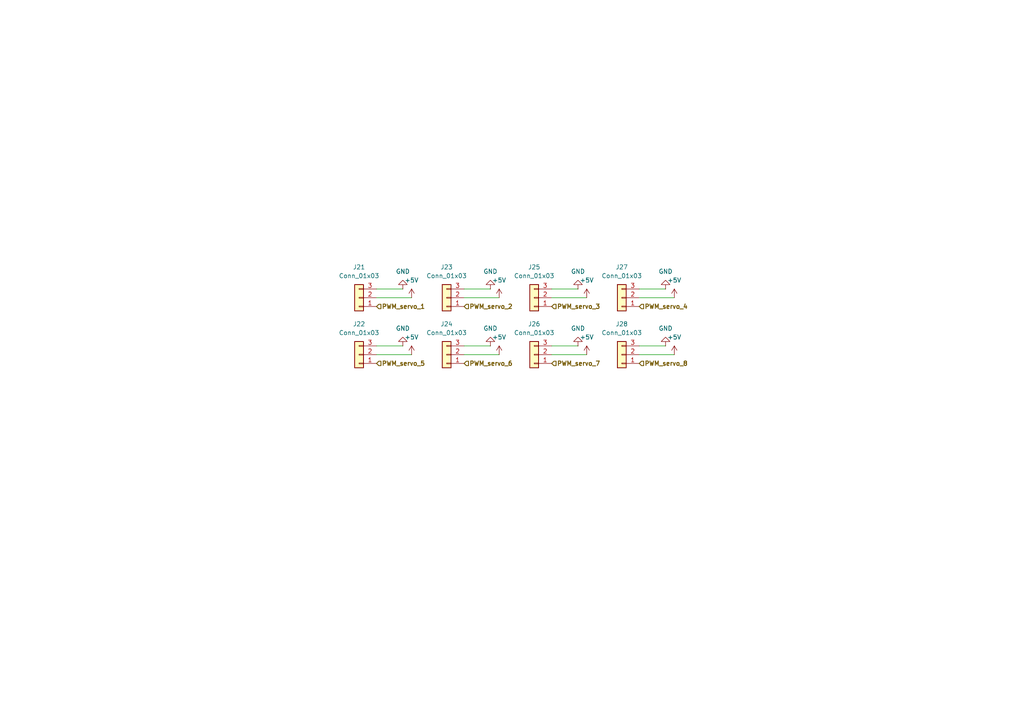
<source format=kicad_sch>
(kicad_sch (version 20250114) (generator "eeschema") (generator_version "9.0")
  (paper "A4")
  (lib_symbols
    (symbol "Connector_Generic:Conn_01x03" (pin_names (offset 1.016) (hide yes))
      (property "Reference" "J" (at 0 5.08 0))
      (property "Value" "Conn_01x03" (at 0 -5.08 0))
      (symbol "Conn_01x03_1_1"
        (rectangle (start -1.27 3.81) (end 1.27 -3.81) (stroke (width 0.254)) (fill (type background)))
        (rectangle (start -1.27 2.667) (end 0 2.413) (stroke (width 0.1524)))
        (rectangle (start -1.27 0.127) (end 0 -0.127) (stroke (width 0.1524)))
        (rectangle (start -1.27 -2.413) (end 0 -2.667) (stroke (width 0.1524)))
        (pin passive line (at -5.08 2.54 0) (length 3.81) (name "Pin_1") (number "1"))
        (pin passive line (at -5.08 0 0) (length 3.81) (name "Pin_2") (number "2"))
        (pin passive line (at -5.08 -2.54 0) (length 3.81) (name "Pin_3") (number "3"))
      )
    )
    (symbol "power:+5V" (power) (pin_numbers (hide yes)) (pin_names (offset 0) (hide yes))
      (property "Value" "+5V" (at 0 3.556 0))
      (symbol "+5V_0_1"
        (polyline (pts (xy -0.762 1.27) (xy 0 2.54)))
        (polyline (pts (xy 0 2.54) (xy 0.762 1.27)))
        (polyline (pts (xy 0 0) (xy 0 2.54)))
      )
      (symbol "+5V_1_1"
        (pin power_in line (at 0 0 90) (length 0) (name "~") (number "1"))
      )
    )
    (symbol "power:GND" (power) (pin_numbers (hide yes)) (pin_names (offset 0) (hide yes))
      (property "Value" "GND" (at 0 -3.81 0))
      (symbol "GND_0_1"
        (polyline (pts (xy 0 0) (xy 0 -1.27) (xy 1.27 -1.27) (xy 0 -2.54) (xy -1.27 -1.27) (xy 0 -1.27)))
      )
      (symbol "GND_1_1"
        (pin power_in line (at 0 0 270) (length 0) (name "~") (number "1"))
      )
    )
  )
  (wire (pts (xy 134.62 86.36) (xy 144.78 86.36)))
  (wire (pts (xy 160.02 83.82) (xy 167.64 83.82)))
  (wire (pts (xy 185.42 102.87) (xy 195.58 102.87)))
  (wire (pts (xy 134.62 100.33) (xy 142.24 100.33)))
  (wire (pts (xy 160.02 100.33) (xy 167.64 100.33)))
  (wire (pts (xy 134.62 102.87) (xy 144.78 102.87)))
  (wire (pts (xy 185.42 83.82) (xy 193.04 83.82)))
  (wire (pts (xy 134.62 83.82) (xy 142.24 83.82)))
  (wire (pts (xy 109.22 83.82) (xy 116.84 83.82)))
  (wire (pts (xy 109.22 102.87) (xy 119.38 102.87)))
  (wire (pts (xy 109.22 86.36) (xy 119.38 86.36)))
  (wire (pts (xy 160.02 86.36) (xy 170.18 86.36)))
  (wire (pts (xy 185.42 100.33) (xy 193.04 100.33)))
  (wire (pts (xy 185.42 86.36) (xy 195.58 86.36)))
  (wire (pts (xy 160.02 102.87) (xy 170.18 102.87)))
  (wire (pts (xy 109.22 100.33) (xy 116.84 100.33)))
  (hierarchical_label "PWM_servo_8" (shape input) (at 185.42 105.41 0) (effects (font (thickness 0.254) (bold yes))))
  (hierarchical_label "PWM_servo_7" (shape input) (at 160.02 105.41 0) (effects (font (thickness 0.254) (bold yes))))
  (hierarchical_label "PWM_servo_4" (shape input) (at 185.42 88.9 0) (effects (font (thickness 0.254) (bold yes))))
  (hierarchical_label "PWM_servo_3" (shape input) (at 160.02 88.9 0) (effects (font (thickness 0.254) (bold yes))))
  (hierarchical_label "PWM_servo_2" (shape input) (at 134.62 88.9 0) (effects (font (thickness 0.254) (bold yes))))
  (hierarchical_label "PWM_servo_1" (shape input) (at 109.22 88.9 0) (effects (font (thickness 0.254) (bold yes))))
  (hierarchical_label "PWM_servo_5" (shape input) (at 109.22 105.41 0) (effects (font (thickness 0.254) (bold yes))))
  (hierarchical_label "PWM_servo_6" (shape input) (at 134.62 105.41 0) (effects (font (thickness 0.254) (bold yes))))
  (symbol (lib_id "power:+5V") (at 170.18 86.36 0) (unit 1)
    (property "Reference" "#PWR086" (effects (hide yes)))
    (property "Value" "+5V" (at 170.18 81.28 0))
    (property "Description" "Power symbol creates a global label with name \"+5V\"" (effects (hide yes)))
  )
  (symbol (lib_id "power:+5V") (at 195.58 86.36 0) (unit 1)
    (property "Reference" "#PWR088" (effects (hide yes)))
    (property "Value" "+5V" (at 195.58 81.28 0))
    (property "Description" "Power symbol creates a global label with name \"+5V\"" (effects (hide yes)))
  )
  (symbol (lib_id "power:+5V") (at 119.38 86.36 0) (unit 1)
    (property "Reference" "#PWR022" (effects (hide yes)))
    (property "Value" "+5V" (at 119.38 81.28 0))
    (property "Description" "Power symbol creates a global label with name \"+5V\"" (effects (hide yes)))
  )
  (symbol (lib_id "power:GND") (at 167.64 83.82 180) (unit 1)
    (property "Reference" "#PWR085" (effects (hide yes)))
    (property "Value" "GND" (at 167.64 78.74 0))
    (property "Description" "Power symbol creates a global label with name \"GND\" , ground" (effects (hide yes)))
  )
  (symbol (lib_id "power:GND") (at 142.24 83.82 180) (unit 1)
    (property "Reference" "#PWR079" (effects (hide yes)))
    (property "Value" "GND" (at 142.24 78.74 0))
    (property "Description" "Power symbol creates a global label with name \"GND\" , ground" (effects (hide yes)))
  )
  (symbol (lib_id "power:GND") (at 193.04 100.33 180) (unit 1)
    (property "Reference" "#PWR089" (effects (hide yes)))
    (property "Value" "GND" (at 193.04 95.25 0))
    (property "Description" "Power symbol creates a global label with name \"GND\" , ground" (effects (hide yes)))
  )
  (symbol (lib_id "power:+5V") (at 144.78 86.36 0) (unit 1)
    (property "Reference" "#PWR080" (effects (hide yes)))
    (property "Value" "+5V" (at 144.78 81.28 0))
    (property "Description" "Power symbol creates a global label with name \"+5V\"" (effects (hide yes)))
  )
  (symbol (lib_id "Connector_Generic:Conn_01x03") (at 104.14 86.36 180) (unit 1)
    (property "Reference" "J21" (at 104.14 77.47 0))
    (property "Value" "Conn_01x03" (at 104.14 80.01 0))
    (property "Description" "Generic connector, single row, 01x03, script generated (kicad-library-utils/schlib/autogen/connector/)" (effects (hide yes)))
  )
  (symbol (lib_id "power:+5V") (at 119.38 102.87 0) (unit 1)
    (property "Reference" "#PWR08" (effects (hide yes)))
    (property "Value" "+5V" (at 119.38 97.79 0))
    (property "Description" "Power symbol creates a global label with name \"+5V\"" (effects (hide yes)))
  )
  (symbol (lib_id "Connector_Generic:Conn_01x03") (at 129.54 86.36 180) (unit 1)
    (property "Reference" "J23" (at 129.54 77.47 0))
    (property "Value" "Conn_01x03" (at 129.54 80.01 0))
    (property "Description" "Generic connector, single row, 01x03, script generated (kicad-library-utils/schlib/autogen/connector/)" (effects (hide yes)))
  )
  (symbol (lib_id "power:+5V") (at 144.78 102.87 0) (unit 1)
    (property "Reference" "#PWR082" (effects (hide yes)))
    (property "Value" "+5V" (at 144.78 97.79 0))
    (property "Description" "Power symbol creates a global label with name \"+5V\"" (effects (hide yes)))
  )
  (symbol (lib_id "power:+5V") (at 195.58 102.87 0) (unit 1)
    (property "Reference" "#PWR090" (effects (hide yes)))
    (property "Value" "+5V" (at 195.58 97.79 0))
    (property "Description" "Power symbol creates a global label with name \"+5V\"" (effects (hide yes)))
  )
  (symbol (lib_id "Connector_Generic:Conn_01x03") (at 104.14 102.87 180) (unit 1)
    (property "Reference" "J22" (at 104.14 93.98 0))
    (property "Value" "Conn_01x03" (at 104.14 96.52 0))
    (property "Description" "Generic connector, single row, 01x03, script generated (kicad-library-utils/schlib/autogen/connector/)" (effects (hide yes)))
  )
  (symbol (lib_id "Connector_Generic:Conn_01x03") (at 154.94 102.87 180) (unit 1)
    (property "Reference" "J26" (at 154.94 93.98 0))
    (property "Value" "Conn_01x03" (at 154.94 96.52 0))
    (property "Description" "Generic connector, single row, 01x03, script generated (kicad-library-utils/schlib/autogen/connector/)" (effects (hide yes)))
  )
  (symbol (lib_id "power:+5V") (at 170.18 102.87 0) (unit 1)
    (property "Reference" "#PWR084" (effects (hide yes)))
    (property "Value" "+5V" (at 170.18 97.79 0))
    (property "Description" "Power symbol creates a global label with name \"+5V\"" (effects (hide yes)))
  )
  (symbol (lib_id "Connector_Generic:Conn_01x03") (at 180.34 102.87 180) (unit 1)
    (property "Reference" "J28" (at 180.34 93.98 0))
    (property "Value" "Conn_01x03" (at 180.34 96.52 0))
    (property "Description" "Generic connector, single row, 01x03, script generated (kicad-library-utils/schlib/autogen/connector/)" (effects (hide yes)))
  )
  (symbol (lib_id "Connector_Generic:Conn_01x03") (at 154.94 86.36 180) (unit 1)
    (property "Reference" "J25" (at 154.94 77.47 0))
    (property "Value" "Conn_01x03" (at 154.94 80.01 0))
    (property "Description" "Generic connector, single row, 01x03, script generated (kicad-library-utils/schlib/autogen/connector/)" (effects (hide yes)))
  )
  (symbol (lib_id "power:GND") (at 116.84 100.33 180) (unit 1)
    (property "Reference" "#PWR07" (effects (hide yes)))
    (property "Value" "GND" (at 116.84 95.25 0))
    (property "Description" "Power symbol creates a global label with name \"GND\" , ground" (effects (hide yes)))
  )
  (symbol (lib_id "power:GND") (at 142.24 100.33 180) (unit 1)
    (property "Reference" "#PWR081" (effects (hide yes)))
    (property "Value" "GND" (at 142.24 95.25 0))
    (property "Description" "Power symbol creates a global label with name \"GND\" , ground" (effects (hide yes)))
  )
  (symbol (lib_id "power:GND") (at 167.64 100.33 180) (unit 1)
    (property "Reference" "#PWR083" (effects (hide yes)))
    (property "Value" "GND" (at 167.64 95.25 0))
    (property "Description" "Power symbol creates a global label with name \"GND\" , ground" (effects (hide yes)))
  )
  (symbol (lib_id "Connector_Generic:Conn_01x03") (at 129.54 102.87 180) (unit 1)
    (property "Reference" "J24" (at 129.54 93.98 0))
    (property "Value" "Conn_01x03" (at 129.54 96.52 0))
    (property "Description" "Generic connector, single row, 01x03, script generated (kicad-library-utils/schlib/autogen/connector/)" (effects (hide yes)))
  )
  (symbol (lib_id "power:GND") (at 116.84 83.82 180) (unit 1)
    (property "Reference" "#PWR09" (effects (hide yes)))
    (property "Value" "GND" (at 116.84 78.74 0))
    (property "Description" "Power symbol creates a global label with name \"GND\" , ground" (effects (hide yes)))
  )
  (symbol (lib_id "power:GND") (at 193.04 83.82 180) (unit 1)
    (property "Reference" "#PWR087" (effects (hide yes)))
    (property "Value" "GND" (at 193.04 78.74 0))
    (property "Description" "Power symbol creates a global label with name \"GND\" , ground" (effects (hide yes)))
  )
  (symbol (lib_id "Connector_Generic:Conn_01x03") (at 180.34 86.36 180) (unit 1)
    (property "Reference" "J27" (at 180.34 77.47 0))
    (property "Value" "Conn_01x03" (at 180.34 80.01 0))
    (property "Description" "Generic connector, single row, 01x03, script generated (kicad-library-utils/schlib/autogen/connector/)" (effects (hide yes)))
  )
)
</source>
